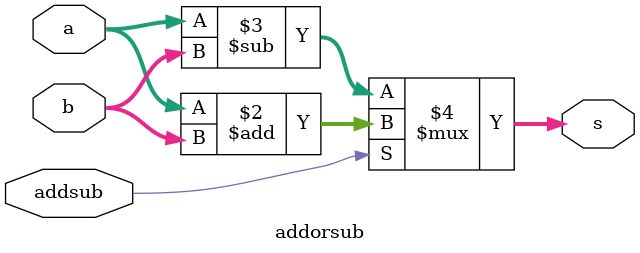
<source format=v>
module addorsub (a, b, addsub, s);
  input [4:0] a, b;
  input addsub;
  output [4:0] s;
  
  assign s =(addsub==1)? a + b : a - b;
  
endmodule


</source>
